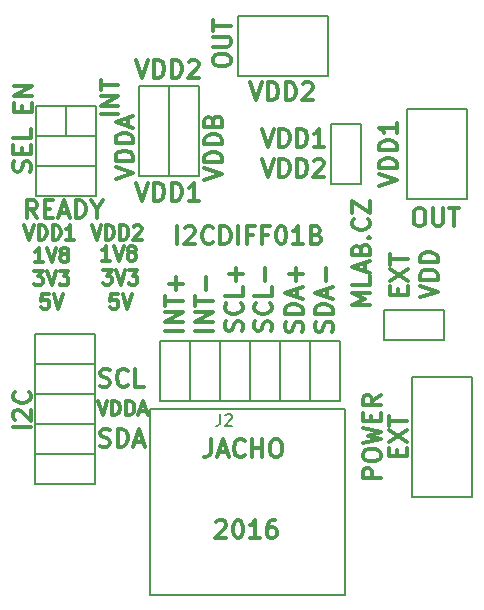
<source format=gbr>
G04 #@! TF.FileFunction,Legend,Top*
%FSLAX46Y46*%
G04 Gerber Fmt 4.6, Leading zero omitted, Abs format (unit mm)*
G04 Created by KiCad (PCBNEW 4.0.2+e4-6225~38~ubuntu15.10.1-stable) date Út 31. květen 2016, 18:30:28 CEST*
%MOMM*%
G01*
G04 APERTURE LIST*
%ADD10C,0.300000*%
%ADD11C,0.150000*%
G04 APERTURE END LIST*
D10*
X9466971Y41060857D02*
X7966971Y41060857D01*
X9466971Y41775143D02*
X7966971Y41775143D01*
X9466971Y42632286D01*
X7966971Y42632286D01*
X7966971Y43132286D02*
X7966971Y43989429D01*
X9466971Y43560858D02*
X7966971Y43560858D01*
X22387643Y22701214D02*
X22459071Y22915500D01*
X22459071Y23272643D01*
X22387643Y23415500D01*
X22316214Y23486929D01*
X22173357Y23558357D01*
X22030500Y23558357D01*
X21887643Y23486929D01*
X21816214Y23415500D01*
X21744786Y23272643D01*
X21673357Y22986929D01*
X21601929Y22844071D01*
X21530500Y22772643D01*
X21387643Y22701214D01*
X21244786Y22701214D01*
X21101929Y22772643D01*
X21030500Y22844071D01*
X20959071Y22986929D01*
X20959071Y23344071D01*
X21030500Y23558357D01*
X22316214Y25058357D02*
X22387643Y24986928D01*
X22459071Y24772642D01*
X22459071Y24629785D01*
X22387643Y24415500D01*
X22244786Y24272642D01*
X22101929Y24201214D01*
X21816214Y24129785D01*
X21601929Y24129785D01*
X21316214Y24201214D01*
X21173357Y24272642D01*
X21030500Y24415500D01*
X20959071Y24629785D01*
X20959071Y24772642D01*
X21030500Y24986928D01*
X21101929Y25058357D01*
X22459071Y26415500D02*
X22459071Y25701214D01*
X20959071Y25701214D01*
X21887643Y26915500D02*
X21887643Y28058357D01*
X19911143Y22701214D02*
X19982571Y22915500D01*
X19982571Y23272643D01*
X19911143Y23415500D01*
X19839714Y23486929D01*
X19696857Y23558357D01*
X19554000Y23558357D01*
X19411143Y23486929D01*
X19339714Y23415500D01*
X19268286Y23272643D01*
X19196857Y22986929D01*
X19125429Y22844071D01*
X19054000Y22772643D01*
X18911143Y22701214D01*
X18768286Y22701214D01*
X18625429Y22772643D01*
X18554000Y22844071D01*
X18482571Y22986929D01*
X18482571Y23344071D01*
X18554000Y23558357D01*
X19839714Y25058357D02*
X19911143Y24986928D01*
X19982571Y24772642D01*
X19982571Y24629785D01*
X19911143Y24415500D01*
X19768286Y24272642D01*
X19625429Y24201214D01*
X19339714Y24129785D01*
X19125429Y24129785D01*
X18839714Y24201214D01*
X18696857Y24272642D01*
X18554000Y24415500D01*
X18482571Y24629785D01*
X18482571Y24772642D01*
X18554000Y24986928D01*
X18625429Y25058357D01*
X19982571Y26415500D02*
X19982571Y25701214D01*
X18482571Y25701214D01*
X19411143Y26915500D02*
X19411143Y28058357D01*
X19982571Y27486928D02*
X18839714Y27486928D01*
X2324287Y27771643D02*
X3067144Y27771643D01*
X2667144Y27314500D01*
X2838572Y27314500D01*
X2952858Y27257357D01*
X3010001Y27200214D01*
X3067144Y27085929D01*
X3067144Y26800214D01*
X3010001Y26685929D01*
X2952858Y26628786D01*
X2838572Y26571643D01*
X2495715Y26571643D01*
X2381429Y26628786D01*
X2324287Y26685929D01*
X3410001Y27771643D02*
X3810001Y26571643D01*
X4210001Y27771643D01*
X4495715Y27771643D02*
X5238572Y27771643D01*
X4838572Y27314500D01*
X5010000Y27314500D01*
X5124286Y27257357D01*
X5181429Y27200214D01*
X5238572Y27085929D01*
X5238572Y26800214D01*
X5181429Y26685929D01*
X5124286Y26628786D01*
X5010000Y26571643D01*
X4667143Y26571643D01*
X4552857Y26628786D01*
X4495715Y26685929D01*
X2576001Y32277929D02*
X2076001Y32992214D01*
X1718858Y32277929D02*
X1718858Y33777929D01*
X2290286Y33777929D01*
X2433144Y33706500D01*
X2504572Y33635071D01*
X2576001Y33492214D01*
X2576001Y33277929D01*
X2504572Y33135071D01*
X2433144Y33063643D01*
X2290286Y32992214D01*
X1718858Y32992214D01*
X3218858Y33063643D02*
X3718858Y33063643D01*
X3933144Y32277929D02*
X3218858Y32277929D01*
X3218858Y33777929D01*
X3933144Y33777929D01*
X4504572Y32706500D02*
X5218858Y32706500D01*
X4361715Y32277929D02*
X4861715Y33777929D01*
X5361715Y32277929D01*
X5861715Y32277929D02*
X5861715Y33777929D01*
X6218858Y33777929D01*
X6433143Y33706500D01*
X6576001Y33563643D01*
X6647429Y33420786D01*
X6718858Y33135071D01*
X6718858Y32920786D01*
X6647429Y32635071D01*
X6576001Y32492214D01*
X6433143Y32349357D01*
X6218858Y32277929D01*
X5861715Y32277929D01*
X7647429Y32992214D02*
X7647429Y32277929D01*
X7147429Y33777929D02*
X7647429Y32992214D01*
X8147429Y33777929D01*
X33103357Y12108858D02*
X33103357Y12608858D01*
X33889071Y12823144D02*
X33889071Y12108858D01*
X32389071Y12108858D01*
X32389071Y12823144D01*
X32389071Y13323144D02*
X33889071Y14323144D01*
X32389071Y14323144D02*
X33889071Y13323144D01*
X32389071Y14680286D02*
X32389071Y15537429D01*
X33889071Y15108858D02*
X32389071Y15108858D01*
X17748572Y6520571D02*
X17820001Y6592000D01*
X17962858Y6663429D01*
X18320001Y6663429D01*
X18462858Y6592000D01*
X18534287Y6520571D01*
X18605715Y6377714D01*
X18605715Y6234857D01*
X18534287Y6020571D01*
X17677144Y5163429D01*
X18605715Y5163429D01*
X19534286Y6663429D02*
X19677143Y6663429D01*
X19820000Y6592000D01*
X19891429Y6520571D01*
X19962858Y6377714D01*
X20034286Y6092000D01*
X20034286Y5734857D01*
X19962858Y5449143D01*
X19891429Y5306286D01*
X19820000Y5234857D01*
X19677143Y5163429D01*
X19534286Y5163429D01*
X19391429Y5234857D01*
X19320000Y5306286D01*
X19248572Y5449143D01*
X19177143Y5734857D01*
X19177143Y6092000D01*
X19248572Y6377714D01*
X19320000Y6520571D01*
X19391429Y6592000D01*
X19534286Y6663429D01*
X21462857Y5163429D02*
X20605714Y5163429D01*
X21034286Y5163429D02*
X21034286Y6663429D01*
X20891429Y6449143D01*
X20748571Y6306286D01*
X20605714Y6234857D01*
X22748571Y6663429D02*
X22462857Y6663429D01*
X22320000Y6592000D01*
X22248571Y6520571D01*
X22105714Y6306286D01*
X22034285Y6020571D01*
X22034285Y5449143D01*
X22105714Y5306286D01*
X22177142Y5234857D01*
X22320000Y5163429D01*
X22605714Y5163429D01*
X22748571Y5234857D01*
X22820000Y5306286D01*
X22891428Y5449143D01*
X22891428Y5806286D01*
X22820000Y5949143D01*
X22748571Y6020571D01*
X22605714Y6092000D01*
X22320000Y6092000D01*
X22177142Y6020571D01*
X22105714Y5949143D01*
X22034285Y5806286D01*
X17316000Y13521429D02*
X17316000Y12450000D01*
X17244572Y12235714D01*
X17101715Y12092857D01*
X16887429Y12021429D01*
X16744572Y12021429D01*
X17958857Y12450000D02*
X18673143Y12450000D01*
X17816000Y12021429D02*
X18316000Y13521429D01*
X18816000Y12021429D01*
X20173143Y12164286D02*
X20101714Y12092857D01*
X19887428Y12021429D01*
X19744571Y12021429D01*
X19530286Y12092857D01*
X19387428Y12235714D01*
X19316000Y12378571D01*
X19244571Y12664286D01*
X19244571Y12878571D01*
X19316000Y13164286D01*
X19387428Y13307143D01*
X19530286Y13450000D01*
X19744571Y13521429D01*
X19887428Y13521429D01*
X20101714Y13450000D01*
X20173143Y13378571D01*
X20816000Y12021429D02*
X20816000Y13521429D01*
X20816000Y12807143D02*
X21673143Y12807143D01*
X21673143Y12021429D02*
X21673143Y13521429D01*
X22673143Y13521429D02*
X22958857Y13521429D01*
X23101715Y13450000D01*
X23244572Y13307143D01*
X23316000Y13021429D01*
X23316000Y12521429D01*
X23244572Y12235714D01*
X23101715Y12092857D01*
X22958857Y12021429D01*
X22673143Y12021429D01*
X22530286Y12092857D01*
X22387429Y12235714D01*
X22316000Y12521429D01*
X22316000Y13021429D01*
X22387429Y13307143D01*
X22530286Y13450000D01*
X22673143Y13521429D01*
X9423429Y25803143D02*
X8852000Y25803143D01*
X8794857Y25231714D01*
X8852000Y25288857D01*
X8966286Y25346000D01*
X9252000Y25346000D01*
X9366286Y25288857D01*
X9423429Y25231714D01*
X9480572Y25117429D01*
X9480572Y24831714D01*
X9423429Y24717429D01*
X9366286Y24660286D01*
X9252000Y24603143D01*
X8966286Y24603143D01*
X8852000Y24660286D01*
X8794857Y24717429D01*
X9823429Y25803143D02*
X10223429Y24603143D01*
X10623429Y25803143D01*
X8166287Y27835143D02*
X8909144Y27835143D01*
X8509144Y27378000D01*
X8680572Y27378000D01*
X8794858Y27320857D01*
X8852001Y27263714D01*
X8909144Y27149429D01*
X8909144Y26863714D01*
X8852001Y26749429D01*
X8794858Y26692286D01*
X8680572Y26635143D01*
X8337715Y26635143D01*
X8223429Y26692286D01*
X8166287Y26749429D01*
X9252001Y27835143D02*
X9652001Y26635143D01*
X10052001Y27835143D01*
X10337715Y27835143D02*
X11080572Y27835143D01*
X10680572Y27378000D01*
X10852000Y27378000D01*
X10966286Y27320857D01*
X11023429Y27263714D01*
X11080572Y27149429D01*
X11080572Y26863714D01*
X11023429Y26749429D01*
X10966286Y26692286D01*
X10852000Y26635143D01*
X10509143Y26635143D01*
X10394857Y26692286D01*
X10337715Y26749429D01*
X8782144Y28667143D02*
X8096429Y28667143D01*
X8439287Y28667143D02*
X8439287Y29867143D01*
X8325001Y29695714D01*
X8210715Y29581429D01*
X8096429Y29524286D01*
X9125001Y29867143D02*
X9525001Y28667143D01*
X9925001Y29867143D01*
X10496429Y29352857D02*
X10382143Y29410000D01*
X10325000Y29467143D01*
X10267857Y29581429D01*
X10267857Y29638571D01*
X10325000Y29752857D01*
X10382143Y29810000D01*
X10496429Y29867143D01*
X10725000Y29867143D01*
X10839286Y29810000D01*
X10896429Y29752857D01*
X10953572Y29638571D01*
X10953572Y29581429D01*
X10896429Y29467143D01*
X10839286Y29410000D01*
X10725000Y29352857D01*
X10496429Y29352857D01*
X10382143Y29295714D01*
X10325000Y29238571D01*
X10267857Y29124286D01*
X10267857Y28895714D01*
X10325000Y28781429D01*
X10382143Y28724286D01*
X10496429Y28667143D01*
X10725000Y28667143D01*
X10839286Y28724286D01*
X10896429Y28781429D01*
X10953572Y28895714D01*
X10953572Y29124286D01*
X10896429Y29238571D01*
X10839286Y29295714D01*
X10725000Y29352857D01*
X3581429Y25803143D02*
X3010000Y25803143D01*
X2952857Y25231714D01*
X3010000Y25288857D01*
X3124286Y25346000D01*
X3410000Y25346000D01*
X3524286Y25288857D01*
X3581429Y25231714D01*
X3638572Y25117429D01*
X3638572Y24831714D01*
X3581429Y24717429D01*
X3524286Y24660286D01*
X3410000Y24603143D01*
X3124286Y24603143D01*
X3010000Y24660286D01*
X2952857Y24717429D01*
X3981429Y25803143D02*
X4381429Y24603143D01*
X4781429Y25803143D01*
X3067144Y28540143D02*
X2381429Y28540143D01*
X2724287Y28540143D02*
X2724287Y29740143D01*
X2610001Y29568714D01*
X2495715Y29454429D01*
X2381429Y29397286D01*
X3410001Y29740143D02*
X3810001Y28540143D01*
X4210001Y29740143D01*
X4781429Y29225857D02*
X4667143Y29283000D01*
X4610000Y29340143D01*
X4552857Y29454429D01*
X4552857Y29511571D01*
X4610000Y29625857D01*
X4667143Y29683000D01*
X4781429Y29740143D01*
X5010000Y29740143D01*
X5124286Y29683000D01*
X5181429Y29625857D01*
X5238572Y29511571D01*
X5238572Y29454429D01*
X5181429Y29340143D01*
X5124286Y29283000D01*
X5010000Y29225857D01*
X4781429Y29225857D01*
X4667143Y29168714D01*
X4610000Y29111571D01*
X4552857Y28997286D01*
X4552857Y28768714D01*
X4610000Y28654429D01*
X4667143Y28597286D01*
X4781429Y28540143D01*
X5010000Y28540143D01*
X5124286Y28597286D01*
X5181429Y28654429D01*
X5238572Y28768714D01*
X5238572Y28997286D01*
X5181429Y29111571D01*
X5124286Y29168714D01*
X5010000Y29225857D01*
X1511572Y31645143D02*
X1911572Y30445143D01*
X2311572Y31645143D01*
X2711571Y30445143D02*
X2711571Y31645143D01*
X2997286Y31645143D01*
X3168714Y31588000D01*
X3283000Y31473714D01*
X3340143Y31359429D01*
X3397286Y31130857D01*
X3397286Y30959429D01*
X3340143Y30730857D01*
X3283000Y30616571D01*
X3168714Y30502286D01*
X2997286Y30445143D01*
X2711571Y30445143D01*
X3911571Y30445143D02*
X3911571Y31645143D01*
X4197286Y31645143D01*
X4368714Y31588000D01*
X4483000Y31473714D01*
X4540143Y31359429D01*
X4597286Y31130857D01*
X4597286Y30959429D01*
X4540143Y30730857D01*
X4483000Y30616571D01*
X4368714Y30502286D01*
X4197286Y30445143D01*
X3911571Y30445143D01*
X5740143Y30445143D02*
X5054428Y30445143D01*
X5397286Y30445143D02*
X5397286Y31645143D01*
X5283000Y31473714D01*
X5168714Y31359429D01*
X5054428Y31302286D01*
X7226572Y31645143D02*
X7626572Y30445143D01*
X8026572Y31645143D01*
X8426571Y30445143D02*
X8426571Y31645143D01*
X8712286Y31645143D01*
X8883714Y31588000D01*
X8998000Y31473714D01*
X9055143Y31359429D01*
X9112286Y31130857D01*
X9112286Y30959429D01*
X9055143Y30730857D01*
X8998000Y30616571D01*
X8883714Y30502286D01*
X8712286Y30445143D01*
X8426571Y30445143D01*
X9626571Y30445143D02*
X9626571Y31645143D01*
X9912286Y31645143D01*
X10083714Y31588000D01*
X10198000Y31473714D01*
X10255143Y31359429D01*
X10312286Y31130857D01*
X10312286Y30959429D01*
X10255143Y30730857D01*
X10198000Y30616571D01*
X10083714Y30502286D01*
X9912286Y30445143D01*
X9626571Y30445143D01*
X10769428Y31530857D02*
X10826571Y31588000D01*
X10940857Y31645143D01*
X11226571Y31645143D01*
X11340857Y31588000D01*
X11398000Y31530857D01*
X11455143Y31416571D01*
X11455143Y31302286D01*
X11398000Y31130857D01*
X10712286Y30445143D01*
X11455143Y30445143D01*
X30777571Y24888572D02*
X29277571Y24888572D01*
X30349000Y25388572D01*
X29277571Y25888572D01*
X30777571Y25888572D01*
X30777571Y27317144D02*
X30777571Y26602858D01*
X29277571Y26602858D01*
X30349000Y27745715D02*
X30349000Y28460001D01*
X30777571Y27602858D02*
X29277571Y28102858D01*
X30777571Y28602858D01*
X29991857Y29602858D02*
X30063286Y29817144D01*
X30134714Y29888572D01*
X30277571Y29960001D01*
X30491857Y29960001D01*
X30634714Y29888572D01*
X30706143Y29817144D01*
X30777571Y29674286D01*
X30777571Y29102858D01*
X29277571Y29102858D01*
X29277571Y29602858D01*
X29349000Y29745715D01*
X29420429Y29817144D01*
X29563286Y29888572D01*
X29706143Y29888572D01*
X29849000Y29817144D01*
X29920429Y29745715D01*
X29991857Y29602858D01*
X29991857Y29102858D01*
X30634714Y30602858D02*
X30706143Y30674286D01*
X30777571Y30602858D01*
X30706143Y30531429D01*
X30634714Y30602858D01*
X30777571Y30602858D01*
X30634714Y32174287D02*
X30706143Y32102858D01*
X30777571Y31888572D01*
X30777571Y31745715D01*
X30706143Y31531430D01*
X30563286Y31388572D01*
X30420429Y31317144D01*
X30134714Y31245715D01*
X29920429Y31245715D01*
X29634714Y31317144D01*
X29491857Y31388572D01*
X29349000Y31531430D01*
X29277571Y31745715D01*
X29277571Y31888572D01*
X29349000Y32102858D01*
X29420429Y32174287D01*
X29277571Y32674287D02*
X29277571Y33674287D01*
X30777571Y32674287D01*
X30777571Y33674287D01*
X14474787Y30055429D02*
X14474787Y31555429D01*
X15117644Y31412571D02*
X15189073Y31484000D01*
X15331930Y31555429D01*
X15689073Y31555429D01*
X15831930Y31484000D01*
X15903359Y31412571D01*
X15974787Y31269714D01*
X15974787Y31126857D01*
X15903359Y30912571D01*
X15046216Y30055429D01*
X15974787Y30055429D01*
X17474787Y30198286D02*
X17403358Y30126857D01*
X17189072Y30055429D01*
X17046215Y30055429D01*
X16831930Y30126857D01*
X16689072Y30269714D01*
X16617644Y30412571D01*
X16546215Y30698286D01*
X16546215Y30912571D01*
X16617644Y31198286D01*
X16689072Y31341143D01*
X16831930Y31484000D01*
X17046215Y31555429D01*
X17189072Y31555429D01*
X17403358Y31484000D01*
X17474787Y31412571D01*
X18117644Y30055429D02*
X18117644Y31555429D01*
X18474787Y31555429D01*
X18689072Y31484000D01*
X18831930Y31341143D01*
X18903358Y31198286D01*
X18974787Y30912571D01*
X18974787Y30698286D01*
X18903358Y30412571D01*
X18831930Y30269714D01*
X18689072Y30126857D01*
X18474787Y30055429D01*
X18117644Y30055429D01*
X19617644Y30055429D02*
X19617644Y31555429D01*
X20831930Y30841143D02*
X20331930Y30841143D01*
X20331930Y30055429D02*
X20331930Y31555429D01*
X21046216Y31555429D01*
X22117644Y30841143D02*
X21617644Y30841143D01*
X21617644Y30055429D02*
X21617644Y31555429D01*
X22331930Y31555429D01*
X23189072Y31555429D02*
X23331929Y31555429D01*
X23474786Y31484000D01*
X23546215Y31412571D01*
X23617644Y31269714D01*
X23689072Y30984000D01*
X23689072Y30626857D01*
X23617644Y30341143D01*
X23546215Y30198286D01*
X23474786Y30126857D01*
X23331929Y30055429D01*
X23189072Y30055429D01*
X23046215Y30126857D01*
X22974786Y30198286D01*
X22903358Y30341143D01*
X22831929Y30626857D01*
X22831929Y30984000D01*
X22903358Y31269714D01*
X22974786Y31412571D01*
X23046215Y31484000D01*
X23189072Y31555429D01*
X25117643Y30055429D02*
X24260500Y30055429D01*
X24689072Y30055429D02*
X24689072Y31555429D01*
X24546215Y31341143D01*
X24403357Y31198286D01*
X24260500Y31126857D01*
X26260500Y30841143D02*
X26474786Y30769714D01*
X26546214Y30698286D01*
X26617643Y30555429D01*
X26617643Y30341143D01*
X26546214Y30198286D01*
X26474786Y30126857D01*
X26331928Y30055429D01*
X25760500Y30055429D01*
X25760500Y31555429D01*
X26260500Y31555429D01*
X26403357Y31484000D01*
X26474786Y31412571D01*
X26546214Y31269714D01*
X26546214Y31126857D01*
X26474786Y30984000D01*
X26403357Y30912571D01*
X26260500Y30841143D01*
X25760500Y30841143D01*
X21606572Y37270429D02*
X22106572Y35770429D01*
X22606572Y37270429D01*
X23106572Y35770429D02*
X23106572Y37270429D01*
X23463715Y37270429D01*
X23678000Y37199000D01*
X23820858Y37056143D01*
X23892286Y36913286D01*
X23963715Y36627571D01*
X23963715Y36413286D01*
X23892286Y36127571D01*
X23820858Y35984714D01*
X23678000Y35841857D01*
X23463715Y35770429D01*
X23106572Y35770429D01*
X24606572Y35770429D02*
X24606572Y37270429D01*
X24963715Y37270429D01*
X25178000Y37199000D01*
X25320858Y37056143D01*
X25392286Y36913286D01*
X25463715Y36627571D01*
X25463715Y36413286D01*
X25392286Y36127571D01*
X25320858Y35984714D01*
X25178000Y35841857D01*
X24963715Y35770429D01*
X24606572Y35770429D01*
X26035143Y37127571D02*
X26106572Y37199000D01*
X26249429Y37270429D01*
X26606572Y37270429D01*
X26749429Y37199000D01*
X26820858Y37127571D01*
X26892286Y36984714D01*
X26892286Y36841857D01*
X26820858Y36627571D01*
X25963715Y35770429D01*
X26892286Y35770429D01*
X21606572Y39810429D02*
X22106572Y38310429D01*
X22606572Y39810429D01*
X23106572Y38310429D02*
X23106572Y39810429D01*
X23463715Y39810429D01*
X23678000Y39739000D01*
X23820858Y39596143D01*
X23892286Y39453286D01*
X23963715Y39167571D01*
X23963715Y38953286D01*
X23892286Y38667571D01*
X23820858Y38524714D01*
X23678000Y38381857D01*
X23463715Y38310429D01*
X23106572Y38310429D01*
X24606572Y38310429D02*
X24606572Y39810429D01*
X24963715Y39810429D01*
X25178000Y39739000D01*
X25320858Y39596143D01*
X25392286Y39453286D01*
X25463715Y39167571D01*
X25463715Y38953286D01*
X25392286Y38667571D01*
X25320858Y38524714D01*
X25178000Y38381857D01*
X24963715Y38310429D01*
X24606572Y38310429D01*
X26892286Y38310429D02*
X26035143Y38310429D01*
X26463715Y38310429D02*
X26463715Y39810429D01*
X26320858Y39596143D01*
X26178000Y39453286D01*
X26035143Y39381857D01*
X34992571Y25542857D02*
X36492571Y26042857D01*
X34992571Y26542857D01*
X36492571Y27042857D02*
X34992571Y27042857D01*
X34992571Y27400000D01*
X35064000Y27614285D01*
X35206857Y27757143D01*
X35349714Y27828571D01*
X35635429Y27900000D01*
X35849714Y27900000D01*
X36135429Y27828571D01*
X36278286Y27757143D01*
X36421143Y27614285D01*
X36492571Y27400000D01*
X36492571Y27042857D01*
X36492571Y28542857D02*
X34992571Y28542857D01*
X34992571Y28900000D01*
X35064000Y29114285D01*
X35206857Y29257143D01*
X35349714Y29328571D01*
X35635429Y29400000D01*
X35849714Y29400000D01*
X36135429Y29328571D01*
X36278286Y29257143D01*
X36421143Y29114285D01*
X36492571Y28900000D01*
X36492571Y28542857D01*
X33166857Y25757143D02*
X33166857Y26257143D01*
X33952571Y26471429D02*
X33952571Y25757143D01*
X32452571Y25757143D01*
X32452571Y26471429D01*
X32452571Y26971429D02*
X33952571Y27971429D01*
X32452571Y27971429D02*
X33952571Y26971429D01*
X32452571Y28328571D02*
X32452571Y29185714D01*
X33952571Y28757143D02*
X32452571Y28757143D01*
X7905714Y12981857D02*
X8120000Y12910429D01*
X8477143Y12910429D01*
X8620000Y12981857D01*
X8691429Y13053286D01*
X8762857Y13196143D01*
X8762857Y13339000D01*
X8691429Y13481857D01*
X8620000Y13553286D01*
X8477143Y13624714D01*
X8191429Y13696143D01*
X8048571Y13767571D01*
X7977143Y13839000D01*
X7905714Y13981857D01*
X7905714Y14124714D01*
X7977143Y14267571D01*
X8048571Y14339000D01*
X8191429Y14410429D01*
X8548571Y14410429D01*
X8762857Y14339000D01*
X9405714Y12910429D02*
X9405714Y14410429D01*
X9762857Y14410429D01*
X9977142Y14339000D01*
X10120000Y14196143D01*
X10191428Y14053286D01*
X10262857Y13767571D01*
X10262857Y13553286D01*
X10191428Y13267571D01*
X10120000Y13124714D01*
X9977142Y12981857D01*
X9762857Y12910429D01*
X9405714Y12910429D01*
X10834285Y13339000D02*
X11548571Y13339000D01*
X10691428Y12910429D02*
X11191428Y14410429D01*
X11691428Y12910429D01*
X7734286Y16786143D02*
X8134286Y15586143D01*
X8534286Y16786143D01*
X8934285Y15586143D02*
X8934285Y16786143D01*
X9220000Y16786143D01*
X9391428Y16729000D01*
X9505714Y16614714D01*
X9562857Y16500429D01*
X9620000Y16271857D01*
X9620000Y16100429D01*
X9562857Y15871857D01*
X9505714Y15757571D01*
X9391428Y15643286D01*
X9220000Y15586143D01*
X8934285Y15586143D01*
X10134285Y15586143D02*
X10134285Y16786143D01*
X10420000Y16786143D01*
X10591428Y16729000D01*
X10705714Y16614714D01*
X10762857Y16500429D01*
X10820000Y16271857D01*
X10820000Y16100429D01*
X10762857Y15871857D01*
X10705714Y15757571D01*
X10591428Y15643286D01*
X10420000Y15586143D01*
X10134285Y15586143D01*
X11277142Y15929000D02*
X11848571Y15929000D01*
X11162857Y15586143D02*
X11562857Y16786143D01*
X11962857Y15586143D01*
X7905714Y18061857D02*
X8120000Y17990429D01*
X8477143Y17990429D01*
X8620000Y18061857D01*
X8691429Y18133286D01*
X8762857Y18276143D01*
X8762857Y18419000D01*
X8691429Y18561857D01*
X8620000Y18633286D01*
X8477143Y18704714D01*
X8191429Y18776143D01*
X8048571Y18847571D01*
X7977143Y18919000D01*
X7905714Y19061857D01*
X7905714Y19204714D01*
X7977143Y19347571D01*
X8048571Y19419000D01*
X8191429Y19490429D01*
X8548571Y19490429D01*
X8762857Y19419000D01*
X10262857Y18133286D02*
X10191428Y18061857D01*
X9977142Y17990429D01*
X9834285Y17990429D01*
X9620000Y18061857D01*
X9477142Y18204714D01*
X9405714Y18347571D01*
X9334285Y18633286D01*
X9334285Y18847571D01*
X9405714Y19133286D01*
X9477142Y19276143D01*
X9620000Y19419000D01*
X9834285Y19490429D01*
X9977142Y19490429D01*
X10191428Y19419000D01*
X10262857Y19347571D01*
X11620000Y17990429D02*
X10905714Y17990429D01*
X10905714Y19490429D01*
X2075571Y14537715D02*
X575571Y14537715D01*
X718429Y15180572D02*
X647000Y15252001D01*
X575571Y15394858D01*
X575571Y15752001D01*
X647000Y15894858D01*
X718429Y15966287D01*
X861286Y16037715D01*
X1004143Y16037715D01*
X1218429Y15966287D01*
X2075571Y15109144D01*
X2075571Y16037715D01*
X1932714Y17537715D02*
X2004143Y17466286D01*
X2075571Y17252000D01*
X2075571Y17109143D01*
X2004143Y16894858D01*
X1861286Y16752000D01*
X1718429Y16680572D01*
X1432714Y16609143D01*
X1218429Y16609143D01*
X932714Y16680572D01*
X789857Y16752000D01*
X647000Y16894858D01*
X575571Y17109143D01*
X575571Y17252000D01*
X647000Y17466286D01*
X718429Y17537715D01*
X27531143Y22637714D02*
X27602571Y22852000D01*
X27602571Y23209143D01*
X27531143Y23352000D01*
X27459714Y23423429D01*
X27316857Y23494857D01*
X27174000Y23494857D01*
X27031143Y23423429D01*
X26959714Y23352000D01*
X26888286Y23209143D01*
X26816857Y22923429D01*
X26745429Y22780571D01*
X26674000Y22709143D01*
X26531143Y22637714D01*
X26388286Y22637714D01*
X26245429Y22709143D01*
X26174000Y22780571D01*
X26102571Y22923429D01*
X26102571Y23280571D01*
X26174000Y23494857D01*
X27602571Y24137714D02*
X26102571Y24137714D01*
X26102571Y24494857D01*
X26174000Y24709142D01*
X26316857Y24852000D01*
X26459714Y24923428D01*
X26745429Y24994857D01*
X26959714Y24994857D01*
X27245429Y24923428D01*
X27388286Y24852000D01*
X27531143Y24709142D01*
X27602571Y24494857D01*
X27602571Y24137714D01*
X27174000Y25566285D02*
X27174000Y26280571D01*
X27602571Y25423428D02*
X26102571Y25923428D01*
X27602571Y26423428D01*
X27031143Y26923428D02*
X27031143Y28066285D01*
X24991143Y22637714D02*
X25062571Y22852000D01*
X25062571Y23209143D01*
X24991143Y23352000D01*
X24919714Y23423429D01*
X24776857Y23494857D01*
X24634000Y23494857D01*
X24491143Y23423429D01*
X24419714Y23352000D01*
X24348286Y23209143D01*
X24276857Y22923429D01*
X24205429Y22780571D01*
X24134000Y22709143D01*
X23991143Y22637714D01*
X23848286Y22637714D01*
X23705429Y22709143D01*
X23634000Y22780571D01*
X23562571Y22923429D01*
X23562571Y23280571D01*
X23634000Y23494857D01*
X25062571Y24137714D02*
X23562571Y24137714D01*
X23562571Y24494857D01*
X23634000Y24709142D01*
X23776857Y24852000D01*
X23919714Y24923428D01*
X24205429Y24994857D01*
X24419714Y24994857D01*
X24705429Y24923428D01*
X24848286Y24852000D01*
X24991143Y24709142D01*
X25062571Y24494857D01*
X25062571Y24137714D01*
X24634000Y25566285D02*
X24634000Y26280571D01*
X25062571Y25423428D02*
X23562571Y25923428D01*
X25062571Y26423428D01*
X24491143Y26923428D02*
X24491143Y28066285D01*
X25062571Y27494856D02*
X23919714Y27494856D01*
X17442571Y22709143D02*
X15942571Y22709143D01*
X17442571Y23423429D02*
X15942571Y23423429D01*
X17442571Y24280572D01*
X15942571Y24280572D01*
X15942571Y24780572D02*
X15942571Y25637715D01*
X17442571Y25209144D02*
X15942571Y25209144D01*
X16871143Y26137715D02*
X16871143Y27280572D01*
X14902571Y22709143D02*
X13402571Y22709143D01*
X14902571Y23423429D02*
X13402571Y23423429D01*
X14902571Y24280572D01*
X13402571Y24280572D01*
X13402571Y24780572D02*
X13402571Y25637715D01*
X14902571Y25209144D02*
X13402571Y25209144D01*
X14331143Y26137715D02*
X14331143Y27280572D01*
X14902571Y26709143D02*
X13759714Y26709143D01*
X34822000Y33079429D02*
X35107714Y33079429D01*
X35250572Y33008000D01*
X35393429Y32865143D01*
X35464857Y32579429D01*
X35464857Y32079429D01*
X35393429Y31793714D01*
X35250572Y31650857D01*
X35107714Y31579429D01*
X34822000Y31579429D01*
X34679143Y31650857D01*
X34536286Y31793714D01*
X34464857Y32079429D01*
X34464857Y32579429D01*
X34536286Y32865143D01*
X34679143Y33008000D01*
X34822000Y33079429D01*
X36107715Y33079429D02*
X36107715Y31865143D01*
X36179143Y31722286D01*
X36250572Y31650857D01*
X36393429Y31579429D01*
X36679143Y31579429D01*
X36822001Y31650857D01*
X36893429Y31722286D01*
X36964858Y31865143D01*
X36964858Y33079429D01*
X37464858Y33079429D02*
X38322001Y33079429D01*
X37893430Y31579429D02*
X37893430Y33079429D01*
X17466571Y45490000D02*
X17466571Y45775714D01*
X17538000Y45918572D01*
X17680857Y46061429D01*
X17966571Y46132857D01*
X18466571Y46132857D01*
X18752286Y46061429D01*
X18895143Y45918572D01*
X18966571Y45775714D01*
X18966571Y45490000D01*
X18895143Y45347143D01*
X18752286Y45204286D01*
X18466571Y45132857D01*
X17966571Y45132857D01*
X17680857Y45204286D01*
X17538000Y45347143D01*
X17466571Y45490000D01*
X17466571Y46775715D02*
X18680857Y46775715D01*
X18823714Y46847143D01*
X18895143Y46918572D01*
X18966571Y47061429D01*
X18966571Y47347143D01*
X18895143Y47490001D01*
X18823714Y47561429D01*
X18680857Y47632858D01*
X17466571Y47632858D01*
X17466571Y48132858D02*
X17466571Y48990001D01*
X18966571Y48561430D02*
X17466571Y48561430D01*
X31666571Y10251714D02*
X30166571Y10251714D01*
X30166571Y10823142D01*
X30238000Y10966000D01*
X30309429Y11037428D01*
X30452286Y11108857D01*
X30666571Y11108857D01*
X30809429Y11037428D01*
X30880857Y10966000D01*
X30952286Y10823142D01*
X30952286Y10251714D01*
X30166571Y12037428D02*
X30166571Y12323142D01*
X30238000Y12466000D01*
X30380857Y12608857D01*
X30666571Y12680285D01*
X31166571Y12680285D01*
X31452286Y12608857D01*
X31595143Y12466000D01*
X31666571Y12323142D01*
X31666571Y12037428D01*
X31595143Y11894571D01*
X31452286Y11751714D01*
X31166571Y11680285D01*
X30666571Y11680285D01*
X30380857Y11751714D01*
X30238000Y11894571D01*
X30166571Y12037428D01*
X30166571Y13180286D02*
X31666571Y13537429D01*
X30595143Y13823143D01*
X31666571Y14108857D01*
X30166571Y14466000D01*
X30880857Y15037429D02*
X30880857Y15537429D01*
X31666571Y15751715D02*
X31666571Y15037429D01*
X30166571Y15037429D01*
X30166571Y15751715D01*
X31666571Y17251715D02*
X30952286Y16751715D01*
X31666571Y16394572D02*
X30166571Y16394572D01*
X30166571Y16966000D01*
X30238000Y17108858D01*
X30309429Y17180286D01*
X30452286Y17251715D01*
X30666571Y17251715D01*
X30809429Y17180286D01*
X30880857Y17108858D01*
X30952286Y16966000D01*
X30952286Y16394572D01*
X31563571Y35004715D02*
X33063571Y35504715D01*
X31563571Y36004715D01*
X33063571Y36504715D02*
X31563571Y36504715D01*
X31563571Y36861858D01*
X31635000Y37076143D01*
X31777857Y37219001D01*
X31920714Y37290429D01*
X32206429Y37361858D01*
X32420714Y37361858D01*
X32706429Y37290429D01*
X32849286Y37219001D01*
X32992143Y37076143D01*
X33063571Y36861858D01*
X33063571Y36504715D01*
X33063571Y38004715D02*
X31563571Y38004715D01*
X31563571Y38361858D01*
X31635000Y38576143D01*
X31777857Y38719001D01*
X31920714Y38790429D01*
X32206429Y38861858D01*
X32420714Y38861858D01*
X32706429Y38790429D01*
X32849286Y38719001D01*
X32992143Y38576143D01*
X33063571Y38361858D01*
X33063571Y38004715D01*
X33063571Y40290429D02*
X33063571Y39433286D01*
X33063571Y39861858D02*
X31563571Y39861858D01*
X31777857Y39719001D01*
X31920714Y39576143D01*
X31992143Y39433286D01*
X20653715Y43747429D02*
X21153715Y42247429D01*
X21653715Y43747429D01*
X22153715Y42247429D02*
X22153715Y43747429D01*
X22510858Y43747429D01*
X22725143Y43676000D01*
X22868001Y43533143D01*
X22939429Y43390286D01*
X23010858Y43104571D01*
X23010858Y42890286D01*
X22939429Y42604571D01*
X22868001Y42461714D01*
X22725143Y42318857D01*
X22510858Y42247429D01*
X22153715Y42247429D01*
X23653715Y42247429D02*
X23653715Y43747429D01*
X24010858Y43747429D01*
X24225143Y43676000D01*
X24368001Y43533143D01*
X24439429Y43390286D01*
X24510858Y43104571D01*
X24510858Y42890286D01*
X24439429Y42604571D01*
X24368001Y42461714D01*
X24225143Y42318857D01*
X24010858Y42247429D01*
X23653715Y42247429D01*
X25082286Y43604571D02*
X25153715Y43676000D01*
X25296572Y43747429D01*
X25653715Y43747429D01*
X25796572Y43676000D01*
X25868001Y43604571D01*
X25939429Y43461714D01*
X25939429Y43318857D01*
X25868001Y43104571D01*
X25010858Y42247429D01*
X25939429Y42247429D01*
X16755371Y35502400D02*
X18255371Y36002400D01*
X16755371Y36502400D01*
X18255371Y37002400D02*
X16755371Y37002400D01*
X16755371Y37359543D01*
X16826800Y37573828D01*
X16969657Y37716686D01*
X17112514Y37788114D01*
X17398229Y37859543D01*
X17612514Y37859543D01*
X17898229Y37788114D01*
X18041086Y37716686D01*
X18183943Y37573828D01*
X18255371Y37359543D01*
X18255371Y37002400D01*
X18255371Y38502400D02*
X16755371Y38502400D01*
X16755371Y38859543D01*
X16826800Y39073828D01*
X16969657Y39216686D01*
X17112514Y39288114D01*
X17398229Y39359543D01*
X17612514Y39359543D01*
X17898229Y39288114D01*
X18041086Y39216686D01*
X18183943Y39073828D01*
X18255371Y38859543D01*
X18255371Y38502400D01*
X17469657Y40502400D02*
X17541086Y40716686D01*
X17612514Y40788114D01*
X17755371Y40859543D01*
X17969657Y40859543D01*
X18112514Y40788114D01*
X18183943Y40716686D01*
X18255371Y40573828D01*
X18255371Y40002400D01*
X16755371Y40002400D01*
X16755371Y40502400D01*
X16826800Y40645257D01*
X16898229Y40716686D01*
X17041086Y40788114D01*
X17183943Y40788114D01*
X17326800Y40716686D01*
X17398229Y40645257D01*
X17469657Y40502400D01*
X17469657Y40002400D01*
X9236971Y35609543D02*
X10736971Y36109543D01*
X9236971Y36609543D01*
X10736971Y37109543D02*
X9236971Y37109543D01*
X9236971Y37466686D01*
X9308400Y37680971D01*
X9451257Y37823829D01*
X9594114Y37895257D01*
X9879829Y37966686D01*
X10094114Y37966686D01*
X10379829Y37895257D01*
X10522686Y37823829D01*
X10665543Y37680971D01*
X10736971Y37466686D01*
X10736971Y37109543D01*
X10736971Y38609543D02*
X9236971Y38609543D01*
X9236971Y38966686D01*
X9308400Y39180971D01*
X9451257Y39323829D01*
X9594114Y39395257D01*
X9879829Y39466686D01*
X10094114Y39466686D01*
X10379829Y39395257D01*
X10522686Y39323829D01*
X10665543Y39180971D01*
X10736971Y38966686D01*
X10736971Y38609543D01*
X10308400Y40038114D02*
X10308400Y40752400D01*
X10736971Y39895257D02*
X9236971Y40395257D01*
X10736971Y40895257D01*
X11001715Y45652429D02*
X11501715Y44152429D01*
X12001715Y45652429D01*
X12501715Y44152429D02*
X12501715Y45652429D01*
X12858858Y45652429D01*
X13073143Y45581000D01*
X13216001Y45438143D01*
X13287429Y45295286D01*
X13358858Y45009571D01*
X13358858Y44795286D01*
X13287429Y44509571D01*
X13216001Y44366714D01*
X13073143Y44223857D01*
X12858858Y44152429D01*
X12501715Y44152429D01*
X14001715Y44152429D02*
X14001715Y45652429D01*
X14358858Y45652429D01*
X14573143Y45581000D01*
X14716001Y45438143D01*
X14787429Y45295286D01*
X14858858Y45009571D01*
X14858858Y44795286D01*
X14787429Y44509571D01*
X14716001Y44366714D01*
X14573143Y44223857D01*
X14358858Y44152429D01*
X14001715Y44152429D01*
X15430286Y45509571D02*
X15501715Y45581000D01*
X15644572Y45652429D01*
X16001715Y45652429D01*
X16144572Y45581000D01*
X16216001Y45509571D01*
X16287429Y45366714D01*
X16287429Y45223857D01*
X16216001Y45009571D01*
X15358858Y44152429D01*
X16287429Y44152429D01*
X11001715Y35238429D02*
X11501715Y33738429D01*
X12001715Y35238429D01*
X12501715Y33738429D02*
X12501715Y35238429D01*
X12858858Y35238429D01*
X13073143Y35167000D01*
X13216001Y35024143D01*
X13287429Y34881286D01*
X13358858Y34595571D01*
X13358858Y34381286D01*
X13287429Y34095571D01*
X13216001Y33952714D01*
X13073143Y33809857D01*
X12858858Y33738429D01*
X12501715Y33738429D01*
X14001715Y33738429D02*
X14001715Y35238429D01*
X14358858Y35238429D01*
X14573143Y35167000D01*
X14716001Y35024143D01*
X14787429Y34881286D01*
X14858858Y34595571D01*
X14858858Y34381286D01*
X14787429Y34095571D01*
X14716001Y33952714D01*
X14573143Y33809857D01*
X14358858Y33738429D01*
X14001715Y33738429D01*
X16287429Y33738429D02*
X15430286Y33738429D01*
X15858858Y33738429D02*
X15858858Y35238429D01*
X15716001Y35024143D01*
X15573143Y34881286D01*
X15430286Y34809857D01*
X2004143Y36195214D02*
X2075571Y36409500D01*
X2075571Y36766643D01*
X2004143Y36909500D01*
X1932714Y36980929D01*
X1789857Y37052357D01*
X1647000Y37052357D01*
X1504143Y36980929D01*
X1432714Y36909500D01*
X1361286Y36766643D01*
X1289857Y36480929D01*
X1218429Y36338071D01*
X1147000Y36266643D01*
X1004143Y36195214D01*
X861286Y36195214D01*
X718429Y36266643D01*
X647000Y36338071D01*
X575571Y36480929D01*
X575571Y36838071D01*
X647000Y37052357D01*
X1289857Y37695214D02*
X1289857Y38195214D01*
X2075571Y38409500D02*
X2075571Y37695214D01*
X575571Y37695214D01*
X575571Y38409500D01*
X2075571Y39766643D02*
X2075571Y39052357D01*
X575571Y39052357D01*
X1353357Y41247357D02*
X1353357Y41747357D01*
X2139071Y41961643D02*
X2139071Y41247357D01*
X639071Y41247357D01*
X639071Y41961643D01*
X2139071Y42604500D02*
X639071Y42604500D01*
X2139071Y43461643D01*
X639071Y43461643D01*
D11*
X12190000Y16112000D02*
X12190000Y382000D01*
X12190000Y382000D02*
X28700000Y382000D01*
X28700000Y382000D02*
X28700000Y16132000D01*
X28700000Y16132000D02*
X12190000Y16132000D01*
X34290000Y18796000D02*
X39370000Y18796000D01*
X39370000Y18796000D02*
X39370000Y8636000D01*
X39370000Y8636000D02*
X34290000Y8636000D01*
X34290000Y8636000D02*
X34290000Y18796000D01*
X12954000Y16764000D02*
X12954000Y21844000D01*
X12954000Y21844000D02*
X15494000Y21844000D01*
X15494000Y21844000D02*
X15494000Y16764000D01*
X15494000Y16764000D02*
X12954000Y16764000D01*
X15494000Y16764000D02*
X15494000Y21844000D01*
X15494000Y21844000D02*
X18034000Y21844000D01*
X18034000Y21844000D02*
X18034000Y16764000D01*
X18034000Y16764000D02*
X15494000Y16764000D01*
X18034000Y16764000D02*
X18034000Y21844000D01*
X18034000Y21844000D02*
X20574000Y21844000D01*
X20574000Y21844000D02*
X20574000Y16764000D01*
X20574000Y16764000D02*
X18034000Y16764000D01*
X20574000Y16764000D02*
X20574000Y21844000D01*
X20574000Y21844000D02*
X23114000Y21844000D01*
X23114000Y21844000D02*
X23114000Y16764000D01*
X23114000Y16764000D02*
X20574000Y16764000D01*
X23114000Y16764000D02*
X23114000Y21844000D01*
X23114000Y21844000D02*
X25654000Y21844000D01*
X25654000Y21844000D02*
X25654000Y16764000D01*
X25654000Y16764000D02*
X23114000Y16764000D01*
X25654000Y16764000D02*
X25654000Y21844000D01*
X25654000Y21844000D02*
X28194000Y21844000D01*
X28194000Y21844000D02*
X28194000Y16764000D01*
X28194000Y16764000D02*
X25654000Y16764000D01*
X33909000Y41529000D02*
X38989000Y41529000D01*
X38989000Y41529000D02*
X38989000Y33909000D01*
X38989000Y33909000D02*
X33909000Y33909000D01*
X33909000Y33909000D02*
X33909000Y41529000D01*
X29972000Y40259000D02*
X29972000Y35179000D01*
X29972000Y35179000D02*
X27432000Y35179000D01*
X27432000Y35179000D02*
X27432000Y40259000D01*
X27432000Y40259000D02*
X29972000Y40259000D01*
X13716000Y43434000D02*
X16256000Y43434000D01*
X16256000Y43434000D02*
X16256000Y35814000D01*
X16256000Y35814000D02*
X13716000Y35814000D01*
X13716000Y35814000D02*
X13716000Y43434000D01*
X19558000Y44323000D02*
X19558000Y49403000D01*
X19558000Y49403000D02*
X27178000Y49403000D01*
X27178000Y49403000D02*
X27178000Y44323000D01*
X27178000Y44323000D02*
X19558000Y44323000D01*
X2476500Y39179500D02*
X7556500Y39179500D01*
X7556500Y39179500D02*
X7556500Y36639500D01*
X7556500Y36639500D02*
X2476500Y36639500D01*
X2476500Y36639500D02*
X2476500Y39179500D01*
X2413000Y19939000D02*
X2413000Y22479000D01*
X2413000Y22479000D02*
X7493000Y22479000D01*
X7493000Y22479000D02*
X7493000Y19939000D01*
X7493000Y19939000D02*
X2413000Y19939000D01*
X2413000Y12319000D02*
X2413000Y14859000D01*
X2413000Y14859000D02*
X7493000Y14859000D01*
X7493000Y14859000D02*
X7493000Y12319000D01*
X7493000Y12319000D02*
X2413000Y12319000D01*
X2413000Y14859000D02*
X2413000Y17399000D01*
X2413000Y17399000D02*
X7493000Y17399000D01*
X7493000Y17399000D02*
X7493000Y14859000D01*
X7493000Y14859000D02*
X2413000Y14859000D01*
X2413000Y17399000D02*
X2413000Y19939000D01*
X2413000Y19939000D02*
X7493000Y19939000D01*
X7493000Y19939000D02*
X7493000Y17399000D01*
X7493000Y17399000D02*
X2413000Y17399000D01*
X2413000Y9779000D02*
X2413000Y12319000D01*
X2413000Y12319000D02*
X7493000Y12319000D01*
X7493000Y12319000D02*
X7493000Y9779000D01*
X7493000Y9779000D02*
X2413000Y9779000D01*
X11176000Y43434000D02*
X13716000Y43434000D01*
X13716000Y43434000D02*
X13716000Y35814000D01*
X13716000Y35814000D02*
X11176000Y35814000D01*
X11176000Y35814000D02*
X11176000Y43434000D01*
X31940500Y24447500D02*
X37020500Y24447500D01*
X37020500Y24447500D02*
X37020500Y21907500D01*
X37020500Y21907500D02*
X31940500Y21907500D01*
X31940500Y21907500D02*
X31940500Y24447500D01*
X2476500Y34099500D02*
X2476500Y36639500D01*
X2476500Y36639500D02*
X7556500Y36639500D01*
X7556500Y36639500D02*
X7556500Y34099500D01*
X7556500Y34099500D02*
X2476500Y34099500D01*
X5029200Y41706800D02*
X7569200Y41706800D01*
X7569200Y41706800D02*
X7569200Y39166800D01*
X7569200Y39166800D02*
X5029200Y39166800D01*
X5029200Y39166800D02*
X5029200Y41706800D01*
X2489200Y41706800D02*
X5029200Y41706800D01*
X5029200Y41706800D02*
X5029200Y39166800D01*
X5029200Y39166800D02*
X2489200Y39166800D01*
X2489200Y39166800D02*
X2489200Y41706800D01*
X18081667Y15660619D02*
X18081667Y14946333D01*
X18034047Y14803476D01*
X17938809Y14708238D01*
X17795952Y14660619D01*
X17700714Y14660619D01*
X18510238Y15565381D02*
X18557857Y15613000D01*
X18653095Y15660619D01*
X18891191Y15660619D01*
X18986429Y15613000D01*
X19034048Y15565381D01*
X19081667Y15470143D01*
X19081667Y15374905D01*
X19034048Y15232048D01*
X18462619Y14660619D01*
X19081667Y14660619D01*
M02*

</source>
